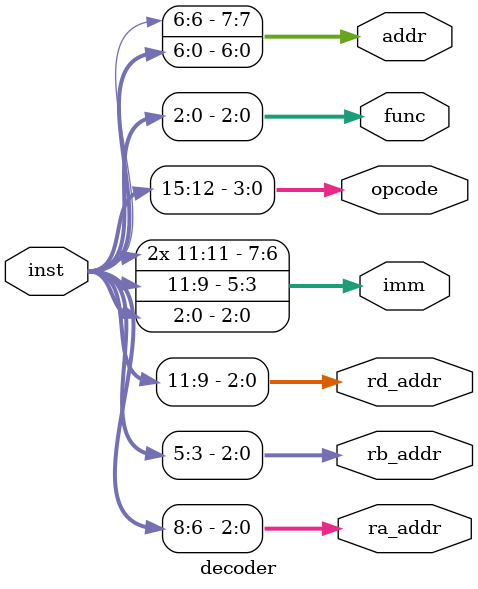
<source format=sv>
`timescale 1ns / 1ps


module decoder(
	input [15:0]inst,
	output reg [2:0] ra_addr,
	output reg [2:0] rb_addr,
	output reg [2:0] rd_addr,
	output reg [7:0] imm,
	output reg [3:0] opcode,
	output reg [2:0] func,
	output reg [7:0] addr
	);
//açýlan memory dosyasýndaki kodlarýmýzý instruction formata göre düzenliyoruz
always @(*) 
begin
  opcode[3:0]	= inst[15:12];
  rd_addr[2:0]	= inst[11:9];
  ra_addr[2:0]	= inst[8:6];
  rb_addr[2:0]	= inst[5:3];
  func[2:0]		= inst[2:0];
  imm[5:3]		= inst[11:9];
  imm[2:0]		= inst[2:0];
  addr[6:0]		= inst[6:0];
  imm[6]=imm[5];
  imm[7]=imm[5];
  addr[7]=addr[6];
end
endmodule
</source>
